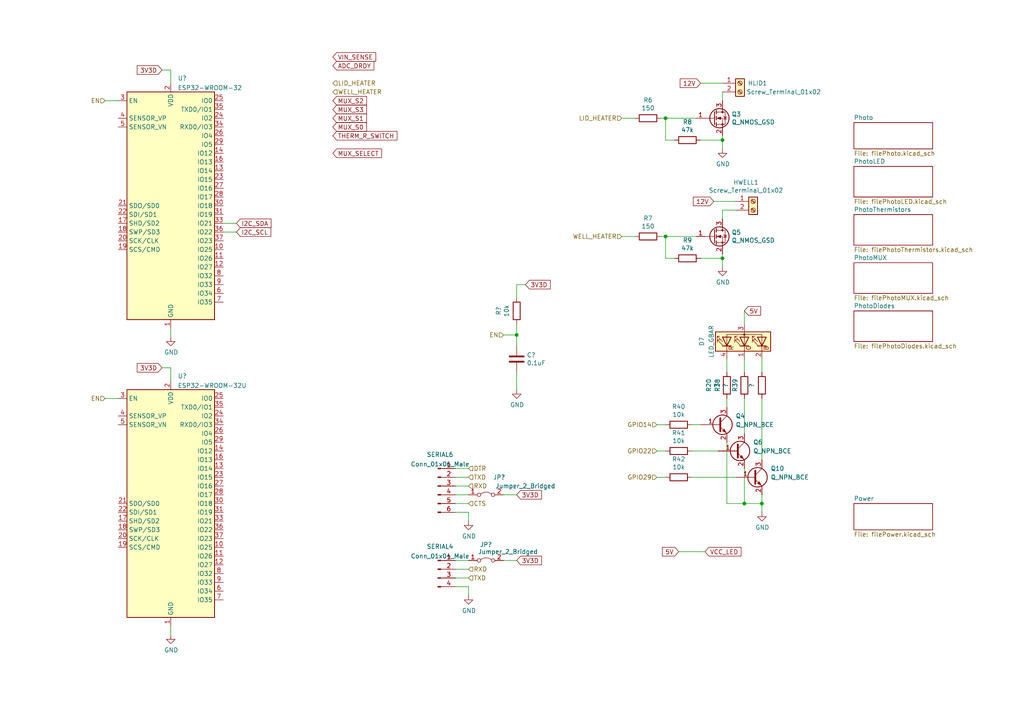
<source format=kicad_sch>
(kicad_sch (version 20211123) (generator eeschema)
  (paper "A4")
  (lib_symbols
    (symbol "Connector:Conn_01x04_Male" (pin_names (offset 1.016) hide)
      (property "Reference" "J" (at 0 5.08 0))
      (property "Value" "Conn_01x04_Male" (at 0 -7.62 0))
      (symbol "Conn_01x04_Male_1_1"
        (polyline (pts (xy 1.27 -5.08) (xy 0.8636 -5.08)) (stroke (width 0.1524)))
        (polyline (pts (xy 1.27 -2.54) (xy 0.8636 -2.54)) (stroke (width 0.1524)))
        (polyline (pts (xy 1.27 0) (xy 0.8636 0)) (stroke (width 0.1524)))
        (polyline (pts (xy 1.27 2.54) (xy 0.8636 2.54)) (stroke (width 0.1524)))
        (rectangle (start 0.8636 -4.953) (end 0 -5.207) (stroke (width 0.1524)) (fill (type outline)))
        (rectangle (start 0.8636 -2.413) (end 0 -2.667) (stroke (width 0.1524)) (fill (type outline)))
        (rectangle (start 0.8636 0.127) (end 0 -0.127) (stroke (width 0.1524)) (fill (type outline)))
        (rectangle (start 0.8636 2.667) (end 0 2.413) (stroke (width 0.1524)) (fill (type outline)))
        (pin passive line (at 5.08 2.54 180) (length 3.81) (name "Pin_1") (number "1"))
        (pin passive line (at 5.08 0 180) (length 3.81) (name "Pin_2") (number "2"))
        (pin passive line (at 5.08 -2.54 180) (length 3.81) (name "Pin_3") (number "3"))
        (pin passive line (at 5.08 -5.08 180) (length 3.81) (name "Pin_4") (number "4"))
      )
    )
    (symbol "Connector:Conn_01x06_Male" (pin_names (offset 1.016) hide)
      (property "Reference" "J" (at 0 7.62 0))
      (property "Value" "Conn_01x06_Male" (at 0 -10.16 0))
      (symbol "Conn_01x06_Male_1_1"
        (polyline (pts (xy 1.27 -7.62) (xy 0.8636 -7.62)) (stroke (width 0.1524)))
        (polyline (pts (xy 1.27 -5.08) (xy 0.8636 -5.08)) (stroke (width 0.1524)))
        (polyline (pts (xy 1.27 -2.54) (xy 0.8636 -2.54)) (stroke (width 0.1524)))
        (polyline (pts (xy 1.27 0) (xy 0.8636 0)) (stroke (width 0.1524)))
        (polyline (pts (xy 1.27 2.54) (xy 0.8636 2.54)) (stroke (width 0.1524)))
        (polyline (pts (xy 1.27 5.08) (xy 0.8636 5.08)) (stroke (width 0.1524)))
        (rectangle (start 0.8636 -7.493) (end 0 -7.747) (stroke (width 0.1524)) (fill (type outline)))
        (rectangle (start 0.8636 -4.953) (end 0 -5.207) (stroke (width 0.1524)) (fill (type outline)))
        (rectangle (start 0.8636 -2.413) (end 0 -2.667) (stroke (width 0.1524)) (fill (type outline)))
        (rectangle (start 0.8636 0.127) (end 0 -0.127) (stroke (width 0.1524)) (fill (type outline)))
        (rectangle (start 0.8636 2.667) (end 0 2.413) (stroke (width 0.1524)) (fill (type outline)))
        (rectangle (start 0.8636 5.207) (end 0 4.953) (stroke (width 0.1524)) (fill (type outline)))
        (pin passive line (at 5.08 5.08 180) (length 3.81) (name "Pin_1") (number "1"))
        (pin passive line (at 5.08 2.54 180) (length 3.81) (name "Pin_2") (number "2"))
        (pin passive line (at 5.08 0 180) (length 3.81) (name "Pin_3") (number "3"))
        (pin passive line (at 5.08 -2.54 180) (length 3.81) (name "Pin_4") (number "4"))
        (pin passive line (at 5.08 -5.08 180) (length 3.81) (name "Pin_5") (number "5"))
        (pin passive line (at 5.08 -7.62 180) (length 3.81) (name "Pin_6") (number "6"))
      )
    )
    (symbol "Connector:Screw_Terminal_01x02" (pin_names (offset 1.016) hide)
      (property "Reference" "J" (at 0 2.54 0))
      (property "Value" "Screw_Terminal_01x02" (at 0 -5.08 0))
      (symbol "Screw_Terminal_01x02_1_1"
        (rectangle (start -1.27 1.27) (end 1.27 -3.81) (stroke (width 0.254)) (fill (type background)))
        (circle (center 0 -2.54) (radius 0.635) (stroke (width 0.1524)))
        (polyline (pts (xy -0.5334 -2.2098) (xy 0.3302 -3.048)) (stroke (width 0.1524)))
        (polyline (pts (xy -0.5334 0.3302) (xy 0.3302 -0.508)) (stroke (width 0.1524)))
        (polyline (pts (xy -0.3556 -2.032) (xy 0.508 -2.8702)) (stroke (width 0.1524)))
        (polyline (pts (xy -0.3556 0.508) (xy 0.508 -0.3302)) (stroke (width 0.1524)))
        (circle (center 0 0) (radius 0.635) (stroke (width 0.1524)))
        (pin passive line (at -5.08 0 0) (length 3.81) (name "Pin_1") (number "1"))
        (pin passive line (at -5.08 -2.54 0) (length 3.81) (name "Pin_2") (number "2"))
      )
    )
    (symbol "Device:C" (pin_numbers hide) (pin_names (offset 0.254))
      (property "Reference" "C" (at 0.635 2.54 0))
      (property "Value" "C" (at 0.635 -2.54 0))
      (symbol "C_0_1"
        (polyline (pts (xy -2.032 -0.762) (xy 2.032 -0.762)) (stroke (width 0.508)))
        (polyline (pts (xy -2.032 0.762) (xy 2.032 0.762)) (stroke (width 0.508)))
      )
      (symbol "C_1_1"
        (pin passive line (at 0 3.81 270) (length 2.794) (name "~") (number "1"))
        (pin passive line (at 0 -3.81 90) (length 2.794) (name "~") (number "2"))
      )
    )
    (symbol "Device:LED_GBAR" (pin_names (offset 0) hide)
      (property "Reference" "D" (at 0 9.398 0))
      (property "Value" "LED_GBAR" (at 0 -8.89 0))
      (symbol "LED_GBAR_0_0"
        (text "B" (at -1.905 -6.35 0) (effects (font (size 1.27 1.27))))
        (text "G" (at -1.905 -1.27 0) (effects (font (size 1.27 1.27))))
        (text "R" (at -1.905 3.81 0) (effects (font (size 1.27 1.27))))
      )
      (symbol "LED_GBAR_0_1"
        (polyline (pts (xy -1.27 -5.08) (xy -2.54 -5.08)))
        (polyline (pts (xy -1.27 -5.08) (xy 1.27 -5.08)))
        (polyline (pts (xy -1.27 -3.81) (xy -1.27 -6.35)) (stroke (width 0.254)))
        (polyline (pts (xy -1.27 0) (xy -2.54 0)))
        (polyline (pts (xy -1.27 1.27) (xy -1.27 -1.27)) (stroke (width 0.254)))
        (polyline (pts (xy -1.27 5.08) (xy -2.54 5.08)))
        (polyline (pts (xy -1.27 5.08) (xy 1.27 5.08)))
        (polyline (pts (xy -1.27 6.35) (xy -1.27 3.81)) (stroke (width 0.254)))
        (polyline (pts (xy 1.27 0) (xy -1.27 0)))
        (polyline (pts (xy 1.27 0) (xy 2.54 0)))
        (polyline (pts (xy -1.27 1.27) (xy -1.27 -1.27) (xy -1.27 -1.27)))
        (polyline (pts (xy -1.27 6.35) (xy -1.27 3.81) (xy -1.27 3.81)))
        (polyline (pts (xy 1.27 -5.08) (xy 2.032 -5.08) (xy 2.032 5.08) (xy 1.27 5.08)))
        (polyline (pts (xy 1.27 -3.81) (xy 1.27 -6.35) (xy -1.27 -5.08) (xy 1.27 -3.81)) (stroke (width 0.254)))
        (polyline (pts (xy 1.27 1.27) (xy 1.27 -1.27) (xy -1.27 0) (xy 1.27 1.27)) (stroke (width 0.254)))
        (polyline (pts (xy 1.27 6.35) (xy 1.27 3.81) (xy -1.27 5.08) (xy 1.27 6.35)) (stroke (width 0.254)))
        (polyline (pts (xy -1.016 -3.81) (xy 0.508 -2.286) (xy -0.254 -2.286) (xy 0.508 -2.286) (xy 0.508 -3.048)))
        (polyline (pts (xy -1.016 1.27) (xy 0.508 2.794) (xy -0.254 2.794) (xy 0.508 2.794) (xy 0.508 2.032)))
        (polyline (pts (xy -1.016 6.35) (xy 0.508 7.874) (xy -0.254 7.874) (xy 0.508 7.874) (xy 0.508 7.112)))
        (polyline (pts (xy 0 -3.81) (xy 1.524 -2.286) (xy 0.762 -2.286) (xy 1.524 -2.286) (xy 1.524 -3.048)))
        (polyline (pts (xy 0 1.27) (xy 1.524 2.794) (xy 0.762 2.794) (xy 1.524 2.794) (xy 1.524 2.032)))
        (polyline (pts (xy 0 6.35) (xy 1.524 7.874) (xy 0.762 7.874) (xy 1.524 7.874) (xy 1.524 7.112)))
        (rectangle (start 1.27 -1.27) (end 1.27 1.27))
        (rectangle (start 1.27 1.27) (end 1.27 1.27))
        (rectangle (start 1.27 3.81) (end 1.27 6.35))
        (rectangle (start 1.27 6.35) (end 1.27 6.35))
        (circle (center 2.032 0) (radius 0.254) (fill (type outline)))
        (rectangle (start 2.794 8.382) (end -2.794 -7.62) (stroke (width 0.254)) (fill (type background)))
      )
      (symbol "LED_GBAR_1_1"
        (pin passive line (at -5.08 0 0) (length 2.54) (name "GK") (number "1"))
        (pin passive line (at -5.08 -5.08 0) (length 2.54) (name "BK") (number "2"))
        (pin passive line (at 5.08 0 180) (length 2.54) (name "A") (number "3"))
        (pin passive line (at -5.08 5.08 0) (length 2.54) (name "RK") (number "4"))
      )
    )
    (symbol "Device:Q_NMOS_GSD" (pin_names (offset 0) hide)
      (property "Reference" "Q" (at 5.08 1.27 0))
      (property "Value" "Q_NMOS_GSD" (at 5.08 -1.27 0))
      (symbol "Q_NMOS_GSD_0_1"
        (polyline (pts (xy 0.254 0) (xy -2.54 0)))
        (polyline (pts (xy 0.254 1.905) (xy 0.254 -1.905)) (stroke (width 0.254)))
        (polyline (pts (xy 0.762 -1.27) (xy 0.762 -2.286)) (stroke (width 0.254)))
        (polyline (pts (xy 0.762 0.508) (xy 0.762 -0.508)) (stroke (width 0.254)))
        (polyline (pts (xy 0.762 2.286) (xy 0.762 1.27)) (stroke (width 0.254)))
        (polyline (pts (xy 2.54 2.54) (xy 2.54 1.778)))
        (polyline (pts (xy 2.54 -2.54) (xy 2.54 0) (xy 0.762 0)))
        (polyline (pts (xy 0.762 -1.778) (xy 3.302 -1.778) (xy 3.302 1.778) (xy 0.762 1.778)))
        (polyline (pts (xy 1.016 0) (xy 2.032 0.381) (xy 2.032 -0.381) (xy 1.016 0)) (fill (type outline)))
        (polyline (pts (xy 2.794 0.508) (xy 2.921 0.381) (xy 3.683 0.381) (xy 3.81 0.254)))
        (polyline (pts (xy 3.302 0.381) (xy 2.921 -0.254) (xy 3.683 -0.254) (xy 3.302 0.381)))
        (circle (center 1.651 0) (radius 2.794) (stroke (width 0.254)))
        (circle (center 2.54 -1.778) (radius 0.254) (fill (type outline)))
        (circle (center 2.54 1.778) (radius 0.254) (fill (type outline)))
      )
      (symbol "Q_NMOS_GSD_1_1"
        (pin input line (at -5.08 0 0) (length 2.54) (name "G") (number "1"))
        (pin passive line (at 2.54 -5.08 90) (length 2.54) (name "S") (number "2"))
        (pin passive line (at 2.54 5.08 270) (length 2.54) (name "D") (number "3"))
      )
    )
    (symbol "Device:Q_NPN_BEC" (pin_names (offset 0) hide)
      (property "Reference" "Q" (at 5.08 1.27 0))
      (property "Value" "Q_NPN_BEC" (at 5.08 -1.27 0))
      (symbol "Q_NPN_BEC_0_1"
        (polyline (pts (xy 0.635 0.635) (xy 2.54 2.54)))
        (polyline (pts (xy 0.635 -0.635) (xy 2.54 -2.54) (xy 2.54 -2.54)))
        (polyline (pts (xy 0.635 1.905) (xy 0.635 -1.905) (xy 0.635 -1.905)) (stroke (width 0.508)))
        (polyline (pts (xy 1.27 -1.778) (xy 1.778 -1.27) (xy 2.286 -2.286) (xy 1.27 -1.778) (xy 1.27 -1.778)) (fill (type outline)))
        (circle (center 1.27 0) (radius 2.8194) (stroke (width 0.254)))
      )
      (symbol "Q_NPN_BEC_1_1"
        (pin input line (at -5.08 0 0) (length 5.715) (name "B") (number "1"))
        (pin passive line (at 2.54 -5.08 90) (length 2.54) (name "E") (number "2"))
        (pin passive line (at 2.54 5.08 270) (length 2.54) (name "C") (number "3"))
      )
    )
    (symbol "Device:R" (pin_numbers hide) (pin_names (offset 0))
      (property "Reference" "R" (at 2.032 0 90))
      (property "Value" "R" (at 0 0 90))
      (symbol "R_0_1"
        (rectangle (start -1.016 -2.54) (end 1.016 2.54) (stroke (width 0.254)))
      )
      (symbol "R_1_1"
        (pin passive line (at 0 3.81 270) (length 1.27) (name "~") (number "1"))
        (pin passive line (at 0 -3.81 90) (length 1.27) (name "~") (number "2"))
      )
    )
    (symbol "Jumper:Jumper_2_Bridged" (pin_names (offset 0) hide)
      (property "Reference" "JP" (at 0 1.905 0))
      (property "Value" "Jumper_2_Bridged" (at 0 -2.54 0))
      (symbol "Jumper_2_Bridged_0_0"
        (circle (center -2.032 0) (radius 0.508))
        (circle (center 2.032 0) (radius 0.508))
      )
      (symbol "Jumper_2_Bridged_0_1"
        (arc (start 1.524 0.254) (mid 0 0.762) (end -1.524 0.254))
      )
      (symbol "Jumper_2_Bridged_1_1"
        (pin passive line (at -5.08 0 0) (length 2.54) (name "A") (number "1"))
        (pin passive line (at 5.08 0 180) (length 2.54) (name "B") (number "2"))
      )
    )
    (symbol "RF_Module:ESP32-WROOM-32"
      (property "Reference" "U" (at -12.7 34.29 0))
      (property "Value" "ESP32-WROOM-32" (at 1.27 34.29 0))
      (symbol "ESP32-WROOM-32_0_1"
        (rectangle (start -12.7 33.02) (end 12.7 -33.02) (stroke (width 0.254)) (fill (type background)))
      )
      (symbol "ESP32-WROOM-32_1_1"
        (pin power_in line (at 0 -35.56 90) (length 2.54) (name "GND") (number "1"))
        (pin bidirectional line (at 15.24 -12.7 180) (length 2.54) (name "IO25") (number "10"))
        (pin bidirectional line (at 15.24 -15.24 180) (length 2.54) (name "IO26") (number "11"))
        (pin bidirectional line (at 15.24 -17.78 180) (length 2.54) (name "IO27") (number "12"))
        (pin bidirectional line (at 15.24 10.16 180) (length 2.54) (name "IO14") (number "13"))
        (pin bidirectional line (at 15.24 15.24 180) (length 2.54) (name "IO12") (number "14"))
        (pin passive line (at 0 -35.56 90) (length 2.54) hide (name "GND") (number "15"))
        (pin bidirectional line (at 15.24 12.7 180) (length 2.54) (name "IO13") (number "16"))
        (pin bidirectional line (at -15.24 -5.08 0) (length 2.54) (name "SHD/SD2") (number "17"))
        (pin bidirectional line (at -15.24 -7.62 0) (length 2.54) (name "SWP/SD3") (number "18"))
        (pin bidirectional line (at -15.24 -12.7 0) (length 2.54) (name "SCS/CMD") (number "19"))
        (pin power_in line (at 0 35.56 270) (length 2.54) (name "VDD") (number "2"))
        (pin bidirectional line (at -15.24 -10.16 0) (length 2.54) (name "SCK/CLK") (number "20"))
        (pin bidirectional line (at -15.24 0 0) (length 2.54) (name "SDO/SD0") (number "21"))
        (pin bidirectional line (at -15.24 -2.54 0) (length 2.54) (name "SDI/SD1") (number "22"))
        (pin bidirectional line (at 15.24 7.62 180) (length 2.54) (name "IO15") (number "23"))
        (pin bidirectional line (at 15.24 25.4 180) (length 2.54) (name "IO2") (number "24"))
        (pin bidirectional line (at 15.24 30.48 180) (length 2.54) (name "IO0") (number "25"))
        (pin bidirectional line (at 15.24 20.32 180) (length 2.54) (name "IO4") (number "26"))
        (pin bidirectional line (at 15.24 5.08 180) (length 2.54) (name "IO16") (number "27"))
        (pin bidirectional line (at 15.24 2.54 180) (length 2.54) (name "IO17") (number "28"))
        (pin bidirectional line (at 15.24 17.78 180) (length 2.54) (name "IO5") (number "29"))
        (pin input line (at -15.24 30.48 0) (length 2.54) (name "EN") (number "3"))
        (pin bidirectional line (at 15.24 0 180) (length 2.54) (name "IO18") (number "30"))
        (pin bidirectional line (at 15.24 -2.54 180) (length 2.54) (name "IO19") (number "31"))
        (pin no_connect line (at -12.7 -27.94 0) (length 2.54) hide (name "NC") (number "32"))
        (pin bidirectional line (at 15.24 -5.08 180) (length 2.54) (name "IO21") (number "33"))
        (pin bidirectional line (at 15.24 22.86 180) (length 2.54) (name "RXD0/IO3") (number "34"))
        (pin bidirectional line (at 15.24 27.94 180) (length 2.54) (name "TXD0/IO1") (number "35"))
        (pin bidirectional line (at 15.24 -7.62 180) (length 2.54) (name "IO22") (number "36"))
        (pin bidirectional line (at 15.24 -10.16 180) (length 2.54) (name "IO23") (number "37"))
        (pin passive line (at 0 -35.56 90) (length 2.54) hide (name "GND") (number "38"))
        (pin passive line (at 0 -35.56 90) (length 2.54) hide (name "GND") (number "39"))
        (pin input line (at -15.24 25.4 0) (length 2.54) (name "SENSOR_VP") (number "4"))
        (pin input line (at -15.24 22.86 0) (length 2.54) (name "SENSOR_VN") (number "5"))
        (pin input line (at 15.24 -25.4 180) (length 2.54) (name "IO34") (number "6"))
        (pin input line (at 15.24 -27.94 180) (length 2.54) (name "IO35") (number "7"))
        (pin bidirectional line (at 15.24 -20.32 180) (length 2.54) (name "IO32") (number "8"))
        (pin bidirectional line (at 15.24 -22.86 180) (length 2.54) (name "IO33") (number "9"))
      )
    )
    (symbol "RF_Module:ESP32-WROOM-32U"
      (property "Reference" "U" (at -12.7 34.29 0))
      (property "Value" "ESP32-WROOM-32U" (at 1.27 34.29 0))
      (symbol "ESP32-WROOM-32U_0_1"
        (rectangle (start -12.7 33.02) (end 12.7 -33.02) (stroke (width 0.254)) (fill (type background)))
      )
      (symbol "ESP32-WROOM-32U_1_1"
        (pin power_in line (at 0 -35.56 90) (length 2.54) (name "GND") (number "1"))
        (pin bidirectional line (at 15.24 -12.7 180) (length 2.54) (name "IO25") (number "10"))
        (pin bidirectional line (at 15.24 -15.24 180) (length 2.54) (name "IO26") (number "11"))
        (pin bidirectional line (at 15.24 -17.78 180) (length 2.54) (name "IO27") (number "12"))
        (pin bidirectional line (at 15.24 10.16 180) (length 2.54) (name "IO14") (number "13"))
        (pin bidirectional line (at 15.24 15.24 180) (length 2.54) (name "IO12") (number "14"))
        (pin passive line (at 0 -35.56 90) (length 2.54) hide (name "GND") (number "15"))
        (pin bidirectional line (at 15.24 12.7 180) (length 2.54) (name "IO13") (number "16"))
        (pin bidirectional line (at -15.24 -5.08 0) (length 2.54) (name "SHD/SD2") (number "17"))
        (pin bidirectional line (at -15.24 -7.62 0) (length 2.54) (name "SWP/SD3") (number "18"))
        (pin bidirectional line (at -15.24 -12.7 0) (length 2.54) (name "SCS/CMD") (number "19"))
        (pin power_in line (at 0 35.56 270) (length 2.54) (name "VDD") (number "2"))
        (pin bidirectional line (at -15.24 -10.16 0) (length 2.54) (name "SCK/CLK") (number "20"))
        (pin bidirectional line (at -15.24 0 0) (length 2.54) (name "SDO/SD0") (number "21"))
        (pin bidirectional line (at -15.24 -2.54 0) (length 2.54) (name "SDI/SD1") (number "22"))
        (pin bidirectional line (at 15.24 7.62 180) (length 2.54) (name "IO15") (number "23"))
        (pin bidirectional line (at 15.24 25.4 180) (length 2.54) (name "IO2") (number "24"))
        (pin bidirectional line (at 15.24 30.48 180) (length 2.54) (name "IO0") (number "25"))
        (pin bidirectional line (at 15.24 20.32 180) (length 2.54) (name "IO4") (number "26"))
        (pin bidirectional line (at 15.24 5.08 180) (length 2.54) (name "IO16") (number "27"))
        (pin bidirectional line (at 15.24 2.54 180) (length 2.54) (name "IO17") (number "28"))
        (pin bidirectional line (at 15.24 17.78 180) (length 2.54) (name "IO5") (number "29"))
        (pin input line (at -15.24 30.48 0) (length 2.54) (name "EN") (number "3"))
        (pin bidirectional line (at 15.24 0 180) (length 2.54) (name "IO18") (number "30"))
        (pin bidirectional line (at 15.24 -2.54 180) (length 2.54) (name "IO19") (number "31"))
        (pin no_connect line (at -12.7 -27.94 0) (length 2.54) hide (name "NC") (number "32"))
        (pin bidirectional line (at 15.24 -5.08 180) (length 2.54) (name "IO21") (number "33"))
        (pin bidirectional line (at 15.24 22.86 180) (length 2.54) (name "RXD0/IO3") (number "34"))
        (pin bidirectional line (at 15.24 27.94 180) (length 2.54) (name "TXD0/IO1") (number "35"))
        (pin bidirectional line (at 15.24 -7.62 180) (length 2.54) (name "IO22") (number "36"))
        (pin bidirectional line (at 15.24 -10.16 180) (length 2.54) (name "IO23") (number "37"))
        (pin passive line (at 0 -35.56 90) (length 2.54) hide (name "GND") (number "38"))
        (pin passive line (at 0 -35.56 90) (length 2.54) hide (name "GND") (number "39"))
        (pin input line (at -15.24 25.4 0) (length 2.54) (name "SENSOR_VP") (number "4"))
        (pin input line (at -15.24 22.86 0) (length 2.54) (name "SENSOR_VN") (number "5"))
        (pin input line (at 15.24 -25.4 180) (length 2.54) (name "IO34") (number "6"))
        (pin input line (at 15.24 -27.94 180) (length 2.54) (name "IO35") (number "7"))
        (pin bidirectional line (at 15.24 -20.32 180) (length 2.54) (name "IO32") (number "8"))
        (pin bidirectional line (at 15.24 -22.86 180) (length 2.54) (name "IO33") (number "9"))
      )
    )
    (symbol "power:GND" (power) (pin_names (offset 0))
      (property "Value" "GND" (at 0 -3.81 0))
      (symbol "GND_0_1"
        (polyline (pts (xy 0 0) (xy 0 -1.27) (xy 1.27 -1.27) (xy 0 -2.54) (xy -1.27 -1.27) (xy 0 -1.27)))
      )
      (symbol "GND_1_1"
        (pin power_in line (at 0 0 270) (length 0) hide (name "GND") (number "1"))
      )
    )
  )
  (junction (at 193.04 34.29))
  (junction (at 209.55 74.93))
  (junction (at 220.98 146.05))
  (junction (at 209.55 40.64))
  (junction (at 149.86 97.155))
  (junction (at 193.04 68.58))
  (junction (at 215.9 146.05))
  (wire (pts (xy 215.9 107.95) (xy 215.9 104.14)))
  (wire (pts (xy 210.82 115.57) (xy 210.82 118.11)))
  (wire (pts (xy 46.99 20.32) (xy 49.53 20.32)))
  (wire (pts (xy 132.08 167.64) (xy 135.89 167.64)))
  (wire (pts (xy 203.2 40.64) (xy 209.55 40.64)))
  (wire (pts (xy 193.04 68.58) (xy 191.77 68.58)))
  (wire (pts (xy 190.5 130.81) (xy 193.04 130.81)))
  (wire (pts (xy 49.53 106.68) (xy 49.53 110.49)))
  (wire (pts (xy 149.86 82.55) (xy 149.86 86.36)))
  (wire (pts (xy 146.05 143.51) (xy 149.86 143.51)))
  (wire (pts (xy 210.82 107.95) (xy 210.82 104.14)))
  (wire (pts (xy 49.53 181.61) (xy 49.53 184.15)))
  (wire (pts (xy 193.04 40.64) (xy 193.04 34.29)))
  (wire (pts (xy 213.36 60.96) (xy 209.55 60.96)))
  (wire (pts (xy 49.53 95.25) (xy 49.53 97.79)))
  (wire (pts (xy 207.01 58.42) (xy 213.36 58.42)))
  (wire (pts (xy 193.04 74.93) (xy 193.04 68.58)))
  (wire (pts (xy 190.5 123.19) (xy 193.04 123.19)))
  (wire (pts (xy 201.93 34.29) (xy 193.04 34.29)))
  (wire (pts (xy 132.08 135.89) (xy 135.89 135.89)))
  (wire (pts (xy 132.08 148.59) (xy 135.89 148.59)))
  (wire (pts (xy 132.08 146.05) (xy 135.89 146.05)))
  (wire (pts (xy 149.86 97.155) (xy 149.86 100.33)))
  (wire (pts (xy 200.66 123.19) (xy 203.2 123.19)))
  (wire (pts (xy 132.08 170.18) (xy 135.89 170.18)))
  (wire (pts (xy 215.9 135.89) (xy 215.9 146.05)))
  (wire (pts (xy 215.9 146.05) (xy 220.98 146.05)))
  (wire (pts (xy 200.66 138.43) (xy 213.36 138.43)))
  (wire (pts (xy 203.2 74.93) (xy 209.55 74.93)))
  (wire (pts (xy 215.9 93.98) (xy 215.9 90.17)))
  (wire (pts (xy 195.58 74.93) (xy 193.04 74.93)))
  (wire (pts (xy 209.55 77.47) (xy 209.55 74.93)))
  (wire (pts (xy 135.89 170.18) (xy 135.89 172.72)))
  (wire (pts (xy 64.77 67.31) (xy 68.58 67.31)))
  (wire (pts (xy 180.34 68.58) (xy 184.15 68.58)))
  (wire (pts (xy 132.08 143.51) (xy 135.89 143.51)))
  (wire (pts (xy 190.5 138.43) (xy 193.04 138.43)))
  (wire (pts (xy 30.48 29.21) (xy 34.29 29.21)))
  (wire (pts (xy 149.86 107.95) (xy 149.86 113.03)))
  (wire (pts (xy 135.89 148.59) (xy 135.89 151.13)))
  (wire (pts (xy 49.53 20.32) (xy 49.53 24.13)))
  (wire (pts (xy 200.66 130.81) (xy 208.28 130.81)))
  (wire (pts (xy 149.86 93.98) (xy 149.86 97.155)))
  (wire (pts (xy 201.93 68.58) (xy 193.04 68.58)))
  (wire (pts (xy 209.55 74.93) (xy 209.55 73.66)))
  (wire (pts (xy 132.08 165.1) (xy 135.89 165.1)))
  (wire (pts (xy 220.98 107.95) (xy 220.98 104.14)))
  (wire (pts (xy 64.77 64.77) (xy 68.58 64.77)))
  (wire (pts (xy 209.55 60.96) (xy 209.55 63.5)))
  (wire (pts (xy 196.85 160.02) (xy 204.47 160.02)))
  (wire (pts (xy 132.08 162.56) (xy 135.89 162.56)))
  (wire (pts (xy 132.08 140.97) (xy 135.89 140.97)))
  (wire (pts (xy 210.82 146.05) (xy 215.9 146.05)))
  (wire (pts (xy 30.48 115.57) (xy 34.29 115.57)))
  (wire (pts (xy 46.99 106.68) (xy 49.53 106.68)))
  (wire (pts (xy 152.4 82.55) (xy 149.86 82.55)))
  (wire (pts (xy 215.9 115.57) (xy 215.9 125.73)))
  (wire (pts (xy 210.82 128.27) (xy 210.82 146.05)))
  (wire (pts (xy 220.98 143.51) (xy 220.98 146.05)))
  (wire (pts (xy 180.34 34.29) (xy 184.15 34.29)))
  (wire (pts (xy 146.05 97.155) (xy 149.86 97.155)))
  (wire (pts (xy 209.55 40.64) (xy 209.55 39.37)))
  (wire (pts (xy 220.98 115.57) (xy 220.98 133.35)))
  (wire (pts (xy 146.05 162.56) (xy 149.86 162.56)))
  (wire (pts (xy 193.04 34.29) (xy 191.77 34.29)))
  (wire (pts (xy 220.98 146.05) (xy 220.98 148.59)))
  (wire (pts (xy 209.55 26.67) (xy 209.55 29.21)))
  (wire (pts (xy 209.55 43.18) (xy 209.55 40.64)))
  (wire (pts (xy 132.08 138.43) (xy 135.89 138.43)))
  (wire (pts (xy 195.58 40.64) (xy 193.04 40.64)))
  (wire (pts (xy 203.2 24.13) (xy 209.55 24.13)))
  (global_label "MUX_S3" (shape input) (at 96.52 31.75 0) (property "Intersheet References" "${INTERSHEET_REFS}" (effects hide)))
  (global_label "3V3D" (shape input) (at 152.4 82.55 0) (property "Intersheet References" "${INTERSHEET_REFS}" (effects hide)))
  (global_label "3V3D" (shape input) (at 149.86 143.51 0) (property "Intersheet References" "${INTERSHEET_REFS}" (effects hide)))
  (global_label "I2C_SDA" (shape input) (at 68.58 64.77 0) (property "Intersheet References" "${INTERSHEET_REFS}" (effects hide)))
  (global_label "THERM_R_SWITCH" (shape input) (at 96.52 39.37 0) (property "Intersheet References" "${INTERSHEET_REFS}" (effects hide)))
  (global_label "MUX_S1" (shape input) (at 96.52 34.29 0) (property "Intersheet References" "${INTERSHEET_REFS}" (effects hide)))
  (global_label "12V" (shape input) (at 207.01 58.42 180) (property "Intersheet References" "${INTERSHEET_REFS}" (effects hide)))
  (global_label "5V" (shape input) (at 196.85 160.02 180) (property "Intersheet References" "${INTERSHEET_REFS}" (effects hide)))
  (global_label "ADC_DRDY" (shape input) (at 96.52 19.05 0) (property "Intersheet References" "${INTERSHEET_REFS}" (effects hide)))
  (global_label "3V3D" (shape input) (at 46.99 106.68 180) (property "Intersheet References" "${INTERSHEET_REFS}" (effects hide)))
  (global_label "I2C_SCL" (shape input) (at 68.58 67.31 0) (property "Intersheet References" "${INTERSHEET_REFS}" (effects hide)))
  (global_label "3V3D" (shape input) (at 46.99 20.32 180) (property "Intersheet References" "${INTERSHEET_REFS}" (effects hide)))
  (global_label "12V" (shape input) (at 203.2 24.13 180) (property "Intersheet References" "${INTERSHEET_REFS}" (effects hide)))
  (global_label "MUX_S0" (shape input) (at 96.52 36.83 0) (property "Intersheet References" "${INTERSHEET_REFS}" (effects hide)))
  (global_label "MUX_SELECT" (shape input) (at 96.52 44.45 0) (property "Intersheet References" "${INTERSHEET_REFS}" (effects hide)))
  (global_label "VIN_SENSE" (shape input) (at 96.52 16.51 0) (property "Intersheet References" "${INTERSHEET_REFS}" (effects hide)))
  (global_label "5V" (shape input) (at 215.9 90.17 0) (property "Intersheet References" "${INTERSHEET_REFS}" (effects hide)))
  (global_label "MUX_S2" (shape input) (at 96.52 29.21 0) (property "Intersheet References" "${INTERSHEET_REFS}" (effects hide)))
  (global_label "VCC_LED" (shape input) (at 204.47 160.02 0) (property "Intersheet References" "${INTERSHEET_REFS}" (effects hide)))
  (global_label "3V3D" (shape input) (at 149.86 162.56 0) (property "Intersheet References" "${INTERSHEET_REFS}" (effects hide)))
  (hierarchical_label "WELL_HEATER" (shape input) (at 96.52 26.67 0))
  (hierarchical_label "EN" (shape input) (at 30.48 29.21 180))
  (hierarchical_label "GPIO29" (shape input) (at 190.5 138.43 180))
  (hierarchical_label "RXD" (shape input) (at 135.89 140.97 0))
  (hierarchical_label "TXD" (shape input) (at 135.89 138.43 0))
  (hierarchical_label "RXD" (shape input) (at 135.89 165.1 0))
  (hierarchical_label "LID_HEATER" (shape input) (at 180.34 34.29 180))
  (hierarchical_label "GPIO14" (shape input) (at 190.5 123.19 180))
  (hierarchical_label "CTS" (shape input) (at 135.89 146.05 0))
  (hierarchical_label "EN" (shape input) (at 30.48 115.57 180))
  (hierarchical_label "GPIO22" (shape input) (at 190.5 130.81 180))
  (hierarchical_label "LID_HEATER" (shape input) (at 96.52 24.13 0))
  (hierarchical_label "EN" (shape input) (at 146.05 97.155 180))
  (hierarchical_label "WELL_HEATER" (shape input) (at 180.34 68.58 180))
  (hierarchical_label "TXD" (shape input) (at 135.89 167.64 0))
  (hierarchical_label "DTR" (shape input) (at 135.89 135.89 0))
  (symbol (lib_id "Device:R") (at 199.39 40.64 270) (unit 1)
    (property "Reference" "R8" (at 199.39 35.3822 90))
    (property "Value" "47k" (at 199.39 37.6936 90))
    (property "Footprint" "Resistor_SMD:R_0603_1608Metric" (effects hide))
  )
  (symbol (lib_id "Device:R") (at 187.96 34.29 270) (unit 1)
    (property "Reference" "R6" (at 187.96 29.0322 90))
    (property "Value" "150" (at 187.96 31.3436 90))
    (property "Footprint" "Resistor_SMD:R_0603_1608Metric" (effects hide))
  )
  (symbol (lib_id "power:GND") (at 209.55 43.18 0) (unit 1)
    (property "Reference" "#PWR05" (effects hide))
    (property "Value" "GND" (at 209.677 47.5742 0))
  )
  (symbol (lib_id "Device:Q_NMOS_GSD") (at 207.01 34.29 0) (unit 1)
    (property "Reference" "Q3" (at 212.1916 33.1216 0) (effects (justify left)))
    (property "Value" "Q_NMOS_GSD" (at 212.1916 35.433 0) (effects (justify left)))
    (property "Footprint" "Ninja-qPCR:SOT95P240X112-3N" (effects hide))
  )
  (symbol (lib_id "Device:R") (at 199.39 74.93 270) (unit 1)
    (property "Reference" "R9" (at 199.39 69.6722 90))
    (property "Value" "47k" (at 199.39 71.9836 90))
    (property "Footprint" "Resistor_SMD:R_0603_1608Metric" (effects hide))
  )
  (symbol (lib_id "Device:R") (at 187.96 68.58 270) (unit 1)
    (property "Reference" "R7" (at 187.96 63.3222 90))
    (property "Value" "150" (at 187.96 65.6336 90))
    (property "Footprint" "Resistor_SMD:R_0603_1608Metric" (effects hide))
  )
  (symbol (lib_id "power:GND") (at 209.55 77.47 0) (unit 1)
    (property "Reference" "#PWR07" (effects hide))
    (property "Value" "GND" (at 209.677 81.8642 0))
  )
  (symbol (lib_id "Device:Q_NMOS_GSD") (at 207.01 68.58 0) (unit 1)
    (property "Reference" "Q5" (at 212.1916 67.4116 0) (effects (justify left)))
    (property "Value" "Q_NMOS_GSD" (at 212.1916 69.723 0) (effects (justify left)))
    (property "Footprint" "Ninja-qPCR:SOT95P240X112-3N" (effects hide))
  )
  (symbol (lib_id "Connector:Screw_Terminal_01x02") (at 218.44 58.42 0) (unit 1)
    (property "Reference" "HWELL1" (at 216.3572 52.9082 0))
    (property "Value" "Screw_Terminal_01x02" (at 216.3572 55.2196 0))
    (property "Footprint" "Ninja-qPCR:TB_SeeedOPL_320110028" (effects hide))
  )
  (symbol (lib_id "Connector:Screw_Terminal_01x02") (at 214.63 24.13 0) (unit 1)
    (property "Reference" "HLID1" (at 219.71 24.13 0))
    (property "Value" "Screw_Terminal_01x02" (at 227.33 26.67 0))
    (property "Footprint" "Ninja-qPCR:TB_SeeedOPL_320110028" (effects hide))
  )
  (symbol (lib_id "Device:Q_NPN_BEC") (at 208.28 123.19 0) (unit 1)
    (property "Reference" "Q4" (at 213.36 120.65 0) (effects (justify left)))
    (property "Value" "Q_NPN_BCE" (at 213.36 123.19 0) (effects (justify left)))
    (property "Footprint" "Package_TO_SOT_SMD:SOT-23" (effects hide))
  )
  (symbol (lib_id "Connector:Conn_01x06_Male") (at 127 140.97 0) (unit 1)
    (property "Reference" "SERIAL6" (at 127.635 131.8473 0))
    (property "Value" "Conn_01x06_Male" (at 127.635 134.6224 0))
  )
  (symbol (lib_id "Device:R") (at 215.9 111.76 0) (unit 1)
    (property "Reference" "R38" (at 208.1022 111.76 90))
    (property "Value" "?" (at 210.4136 111.76 90))
    (property "Footprint" "Resistor_SMD:R_0603_1608Metric" (effects hide))
  )
  (symbol (lib_id "power:GND") (at 49.53 97.79 0) (unit 1)
    (property "Reference" "#PWR?" (effects hide))
    (property "Value" "GND" (at 49.657 102.1842 0))
  )
  (symbol (lib_id "power:GND") (at 135.89 151.13 0) (unit 1)
    (property "Reference" "#PWR?" (effects hide))
    (property "Value" "GND" (at 136.017 155.5242 0))
  )
  (symbol (lib_id "power:GND") (at 220.98 148.59 0) (unit 1)
    (property "Reference" "#PWR0111" (effects hide))
    (property "Value" "GND" (at 221.107 152.9842 0))
  )
  (symbol (lib_id "Device:C") (at 149.86 104.14 0) (unit 1)
    (property "Reference" "C?" (at 152.781 102.9716 0) (effects (justify left)))
    (property "Value" "0.1uF" (at 152.781 105.283 0) (effects (justify left)))
    (property "Footprint" "Capacitor_SMD:C_0603_1608Metric" (effects hide))
  )
  (symbol (lib_id "Device:LED_GBAR") (at 215.9 99.06 90) (unit 1)
    (property "Reference" "D7" (at 203.5515 99.06 0))
    (property "Value" "LED_GBAR" (at 206.3266 99.06 0))
    (property "Footprint" "LED_THT:LED_D5.0mm-4_RGB" (effects hide))
  )
  (symbol (lib_id "power:GND") (at 49.53 184.15 0) (unit 1)
    (property "Reference" "#PWR?" (effects hide))
    (property "Value" "GND" (at 49.657 188.5442 0))
  )
  (symbol (lib_id "RF_Module:ESP32-WROOM-32") (at 49.53 59.69 0) (unit 1)
    (property "Reference" "U?" (at 51.5494 22.7035 0) (effects (justify left)))
    (property "Value" "ESP32-WROOM-32" (at 51.5494 25.4786 0) (effects (justify left)))
    (property "Footprint" "RF_Module:ESP32-WROOM-32" (effects hide))
    (property "Datasheet" "https://www.espressif.com/sites/default/files/documentation/esp32-wroom-32_datasheet_en.pdf" (effects hide))
  )
  (symbol (lib_id "RF_Module:ESP32-WROOM-32U") (at 49.53 146.05 0) (unit 1)
    (property "Reference" "U?" (at 51.5494 109.0635 0) (effects (justify left)))
    (property "Value" "ESP32-WROOM-32U" (at 51.5494 111.8386 0) (effects (justify left)))
    (property "Footprint" "RF_Module:ESP32-WROOM-32U" (effects hide))
    (property "Datasheet" "https://www.espressif.com/sites/default/files/documentation/esp32-wroom-32d_esp32-wroom-32u_datasheet_en.pdf" (effects hide))
  )
  (symbol (lib_id "power:GND") (at 135.89 172.72 0) (unit 1)
    (property "Reference" "#PWR?" (effects hide))
    (property "Value" "GND" (at 136.017 177.1142 0))
  )
  (symbol (lib_id "Jumper:Jumper_2_Bridged") (at 140.97 143.51 0) (unit 1)
    (property "Reference" "JP?" (at 144.78 138.43 0))
    (property "Value" "Jumper_2_Bridged" (at 152.4 140.97 0))
  )
  (symbol (lib_id "Device:R") (at 220.98 111.76 0) (unit 1)
    (property "Reference" "R39" (at 213.1822 111.76 90))
    (property "Value" "?" (at 218.0336 111.76 90))
    (property "Footprint" "Resistor_SMD:R_0603_1608Metric" (effects hide))
  )
  (symbol (lib_id "Device:Q_NPN_BEC") (at 218.44 138.43 0) (unit 1)
    (property "Reference" "Q10" (at 223.52 135.89 0) (effects (justify left)))
    (property "Value" "Q_NPN_BCE" (at 223.52 138.43 0) (effects (justify left)))
    (property "Footprint" "Package_TO_SOT_SMD:SOT-23" (effects hide))
  )
  (symbol (lib_id "Connector:Conn_01x04_Male") (at 127 165.1 0) (unit 1)
    (property "Reference" "SERIAL4" (at 127.635 158.5173 0))
    (property "Value" "Conn_01x04_Male" (at 127.635 161.2924 0))
  )
  (symbol (lib_id "Device:R") (at 196.85 138.43 270) (unit 1)
    (property "Reference" "R42" (at 196.85 133.1722 90))
    (property "Value" "10k" (at 196.85 135.4836 90))
    (property "Footprint" "Resistor_SMD:R_0603_1608Metric" (effects hide))
  )
  (symbol (lib_id "Device:R") (at 196.85 123.19 270) (unit 1)
    (property "Reference" "R40" (at 196.85 117.9322 90))
    (property "Value" "10k" (at 196.85 120.2436 90))
    (property "Footprint" "Resistor_SMD:R_0603_1608Metric" (effects hide))
  )
  (symbol (lib_id "Device:R") (at 210.82 111.76 0) (unit 1)
    (property "Reference" "R20" (at 205.5622 111.76 90))
    (property "Value" "?" (at 207.8736 111.76 90))
    (property "Footprint" "Resistor_SMD:R_0603_1608Metric" (effects hide))
  )
  (symbol (lib_id "power:GND") (at 149.86 113.03 0) (unit 1)
    (property "Reference" "#PWR?" (effects hide))
    (property "Value" "GND" (at 149.987 117.4242 0))
  )
  (symbol (lib_id "Device:Q_NPN_BEC") (at 213.36 130.81 0) (unit 1)
    (property "Reference" "Q6" (at 218.44 128.27 0) (effects (justify left)))
    (property "Value" "Q_NPN_BCE" (at 218.44 130.81 0) (effects (justify left)))
    (property "Footprint" "Package_TO_SOT_SMD:SOT-23" (effects hide))
  )
  (symbol (lib_id "Jumper:Jumper_2_Bridged") (at 140.97 162.56 0) (unit 1)
    (property "Reference" "JP?" (at 140.97 157.9585 0))
    (property "Value" "Jumper_2_Bridged" (at 147.32 160.02 0))
  )
  (symbol (lib_id "Device:R") (at 149.86 90.17 0) (unit 1)
    (property "Reference" "R?" (at 144.6022 90.17 90))
    (property "Value" "10k" (at 146.9136 90.17 90))
    (property "Footprint" "Resistor_SMD:R_0603_1608Metric" (effects hide))
  )
  (symbol (lib_id "Device:R") (at 196.85 130.81 270) (unit 1)
    (property "Reference" "R41" (at 196.85 125.5522 90))
    (property "Value" "10k" (at 196.85 127.8636 90))
    (property "Footprint" "Resistor_SMD:R_0603_1608Metric" (effects hide))
  )
  (sheet (at 247.65 35.56) (size 22.86 7.62)
    (property "Sheet name" "Photo" (at 247.65 34.8484 0) (effects (justify left bottom)))
    (property "Sheet file" "filePhoto.kicad_sch" (at 247.65 43.7646 0) (effects (justify left top)))
  )
  (sheet (at 247.65 48.26) (size 22.86 8.89)
    (property "Sheet name" "PhotoLED" (at 247.65 47.5484 0) (effects (justify left bottom)))
    (property "Sheet file" "filePhotoLED.kicad_sch" (at 247.65 57.7346 0) (effects (justify left top)))
  )
  (sheet (at 247.65 62.23) (size 22.86 8.89)
    (property "Sheet name" "PhotoThermistors" (at 247.65 61.5184 0) (effects (justify left bottom)))
    (property "Sheet file" "filePhotoThermistors.kicad_sch" (at 247.65 71.7046 0) (effects (justify left top)))
  )
  (sheet (at 247.65 76.2) (size 22.86 8.89)
    (property "Sheet name" "PhotoMUX" (at 247.65 75.4884 0) (effects (justify left bottom)))
    (property "Sheet file" "filePhotoMUX.kicad_sch" (at 247.65 85.6746 0) (effects (justify left top)))
  )
  (sheet (at 247.65 146.05) (size 22.86 7.62) (stroke (width 0.1524))
    (property "Sheet name" "Power" (at 247.65 145.3384 0) (effects (justify left bottom)))
    (property "Sheet file" "filePower.kicad_sch" (at 247.65 154.2546 0) (effects (justify left top)))
  )
  (sheet (at 247.65 90.17) (size 22.86 8.89) (stroke (width 0.1524))
    (property "Sheet name" "PhotoDiodes" (at 247.65 89.4584 0) (effects (justify left bottom)))
    (property "Sheet file" "filePhotoDiodes.kicad_sch" (at 247.65 99.6446 0) (effects (justify left top)))
  )
)
</source>
